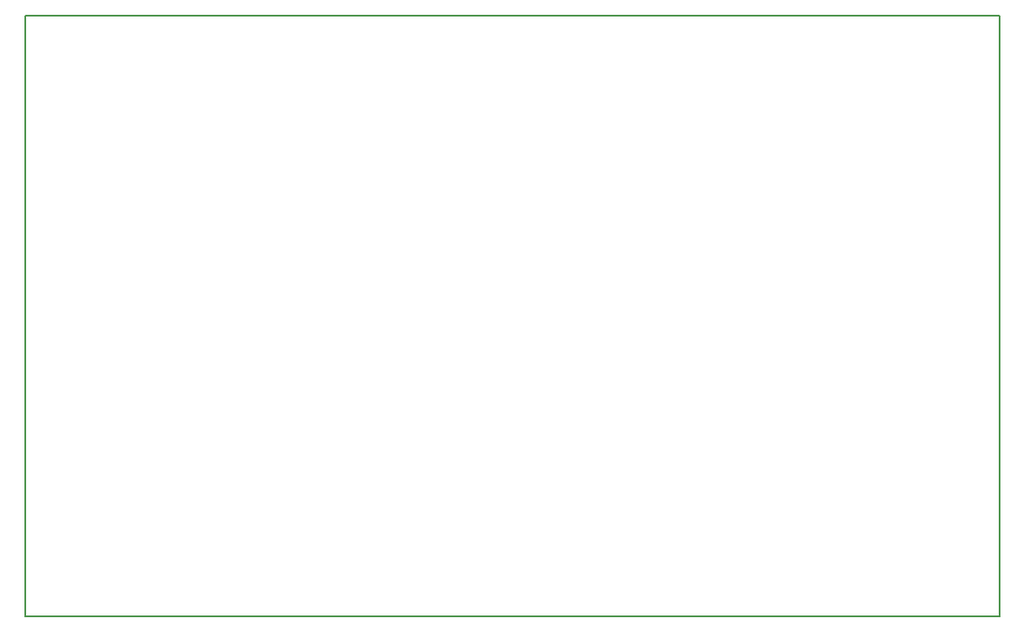
<source format=gbr>
%TF.GenerationSoftware,KiCad,Pcbnew,(6.0.8-1)-1*%
%TF.CreationDate,2023-01-09T08:05:37+01:00*%
%TF.ProjectId,OpenC64Cart,4f70656e-4336-4344-9361-72742e6b6963,2*%
%TF.SameCoordinates,Original*%
%TF.FileFunction,Profile,NP*%
%FSLAX46Y46*%
G04 Gerber Fmt 4.6, Leading zero omitted, Abs format (unit mm)*
G04 Created by KiCad (PCBNEW (6.0.8-1)-1) date 2023-01-09 08:05:37*
%MOMM*%
%LPD*%
G01*
G04 APERTURE LIST*
%TA.AperFunction,Profile*%
%ADD10C,0.150000*%
%TD*%
G04 APERTURE END LIST*
D10*
X103240000Y-118000000D02*
X103260000Y-59570000D01*
X103260000Y-59570000D02*
X154293000Y-59570000D01*
X197950000Y-117990000D02*
X103240000Y-118000000D01*
X197950000Y-59570000D02*
X197950000Y-117990000D01*
X154293000Y-59570000D02*
X197950000Y-59570000D01*
M02*

</source>
